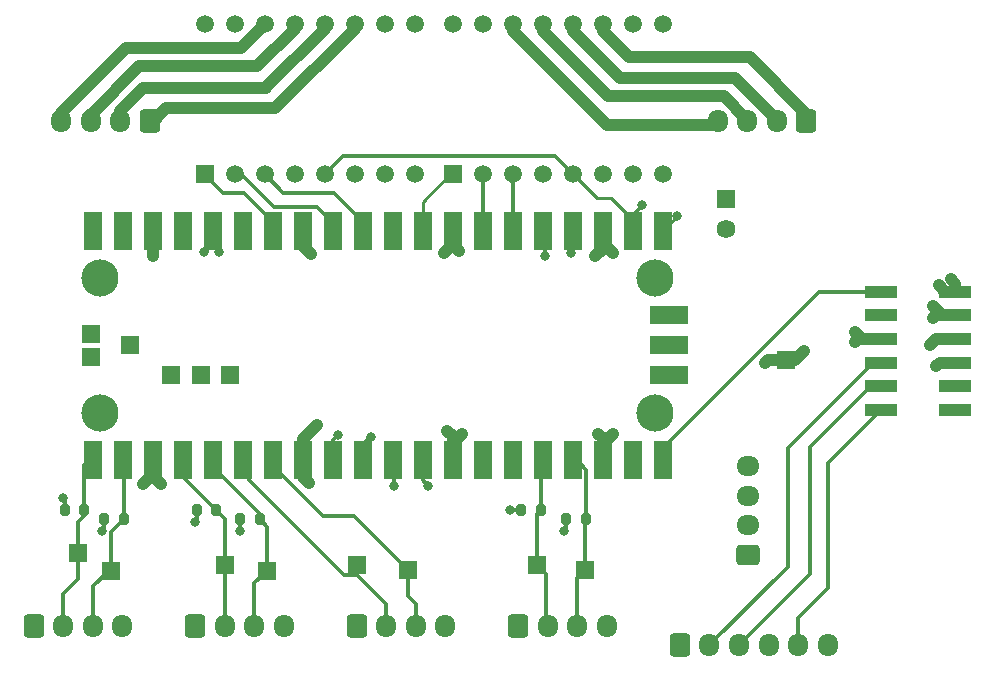
<source format=gbr>
%TF.GenerationSoftware,KiCad,Pcbnew,7.0.8*%
%TF.CreationDate,2024-06-04T12:59:23+12:00*%
%TF.ProjectId,FYP_P2_1,4659505f-5032-45f3-912e-6b696361645f,rev?*%
%TF.SameCoordinates,Original*%
%TF.FileFunction,Copper,L1,Top*%
%TF.FilePolarity,Positive*%
%FSLAX46Y46*%
G04 Gerber Fmt 4.6, Leading zero omitted, Abs format (unit mm)*
G04 Created by KiCad (PCBNEW 7.0.8) date 2024-06-04 12:59:23*
%MOMM*%
%LPD*%
G01*
G04 APERTURE LIST*
G04 Aperture macros list*
%AMRoundRect*
0 Rectangle with rounded corners*
0 $1 Rounding radius*
0 $2 $3 $4 $5 $6 $7 $8 $9 X,Y pos of 4 corners*
0 Add a 4 corners polygon primitive as box body*
4,1,4,$2,$3,$4,$5,$6,$7,$8,$9,$2,$3,0*
0 Add four circle primitives for the rounded corners*
1,1,$1+$1,$2,$3*
1,1,$1+$1,$4,$5*
1,1,$1+$1,$6,$7*
1,1,$1+$1,$8,$9*
0 Add four rect primitives between the rounded corners*
20,1,$1+$1,$2,$3,$4,$5,0*
20,1,$1+$1,$4,$5,$6,$7,0*
20,1,$1+$1,$6,$7,$8,$9,0*
20,1,$1+$1,$8,$9,$2,$3,0*%
G04 Aperture macros list end*
%TA.AperFunction,ComponentPad*%
%ADD10RoundRect,0.250000X-0.600000X-0.725000X0.600000X-0.725000X0.600000X0.725000X-0.600000X0.725000X0*%
%TD*%
%TA.AperFunction,ComponentPad*%
%ADD11O,1.700000X1.950000*%
%TD*%
%TA.AperFunction,SMDPad,CuDef*%
%ADD12RoundRect,0.200000X0.200000X0.275000X-0.200000X0.275000X-0.200000X-0.275000X0.200000X-0.275000X0*%
%TD*%
%TA.AperFunction,SMDPad,CuDef*%
%ADD13R,1.500000X1.500000*%
%TD*%
%TA.AperFunction,SMDPad,CuDef*%
%ADD14R,1.600000X3.200000*%
%TD*%
%TA.AperFunction,SMDPad,CuDef*%
%ADD15R,3.200000X1.600000*%
%TD*%
%TA.AperFunction,ComponentPad*%
%ADD16C,3.150000*%
%TD*%
%TA.AperFunction,SMDPad,CuDef*%
%ADD17R,2.750000X1.000000*%
%TD*%
%TA.AperFunction,ComponentPad*%
%ADD18R,1.590000X1.590000*%
%TD*%
%TA.AperFunction,ComponentPad*%
%ADD19C,1.590000*%
%TD*%
%TA.AperFunction,ComponentPad*%
%ADD20R,1.508000X1.508000*%
%TD*%
%TA.AperFunction,ComponentPad*%
%ADD21C,1.508000*%
%TD*%
%TA.AperFunction,ComponentPad*%
%ADD22RoundRect,0.250000X0.725000X-0.600000X0.725000X0.600000X-0.725000X0.600000X-0.725000X-0.600000X0*%
%TD*%
%TA.AperFunction,ComponentPad*%
%ADD23O,1.950000X1.700000*%
%TD*%
%TA.AperFunction,ComponentPad*%
%ADD24RoundRect,0.250000X0.600000X0.725000X-0.600000X0.725000X-0.600000X-0.725000X0.600000X-0.725000X0*%
%TD*%
%TA.AperFunction,ViaPad*%
%ADD25C,0.800000*%
%TD*%
%TA.AperFunction,Conductor*%
%ADD26C,0.300000*%
%TD*%
%TA.AperFunction,Conductor*%
%ADD27C,1.000000*%
%TD*%
%TA.AperFunction,Conductor*%
%ADD28C,0.250000*%
%TD*%
G04 APERTURE END LIST*
D10*
%TO.P,J6,1,Pin_1*%
%TO.N,+3V3*%
X121980000Y-105552000D03*
D11*
%TO.P,J6,2,Pin_2*%
%TO.N,SDA*%
X124480000Y-105552000D03*
%TO.P,J6,3,Pin_3*%
%TO.N,SCL*%
X126980000Y-105552000D03*
%TO.P,J6,4,Pin_4*%
%TO.N,GND*%
X129480000Y-105552000D03*
%TD*%
D12*
%TO.P,R3,1*%
%TO.N,SDA_PI*%
X137414000Y-95758000D03*
%TO.P,R3,2*%
%TO.N,+3V3*%
X135764000Y-95758000D03*
%TD*%
D10*
%TO.P,J2,1,Pin_1*%
%TO.N,+5V*%
X163012500Y-105570000D03*
D11*
%TO.P,J2,2,Pin_2*%
%TO.N,ENCODER_1A*%
X165512500Y-105570000D03*
%TO.P,J2,3,Pin_3*%
%TO.N,ENCODER_1B*%
X168012500Y-105570000D03*
%TO.P,J2,4,Pin_4*%
%TO.N,GND*%
X170512500Y-105570000D03*
%TD*%
D10*
%TO.P,J1,1,Pin_1*%
%TO.N,+3V3*%
X149335000Y-105516000D03*
D11*
%TO.P,J1,2,Pin_2*%
%TO.N,ENCODER_2A*%
X151835000Y-105516000D03*
%TO.P,J1,3,Pin_3*%
%TO.N,ENCODER_2B*%
X154335000Y-105516000D03*
%TO.P,J1,4,Pin_4*%
%TO.N,GND*%
X156835000Y-105516000D03*
%TD*%
D13*
%TO.P,TP7,1,1*%
%TO.N,ENCODER_2B*%
X153670000Y-100838000D03*
%TD*%
D14*
%TO.P,U1,1,GPIO0*%
%TO.N,SDA*%
X126970000Y-91478000D03*
%TO.P,U1,2,GPIO1*%
%TO.N,SCL*%
X129510000Y-91478000D03*
%TO.P,U1,3,GND*%
%TO.N,GND*%
X132050000Y-91478000D03*
%TO.P,U1,4,GPIO2*%
%TO.N,SDA_PI*%
X134590000Y-91478000D03*
%TO.P,U1,5,GPIO3*%
%TO.N,SCL_PI*%
X137130000Y-91478000D03*
%TO.P,U1,6,GPIO4*%
%TO.N,ENCODER_2A*%
X139670000Y-91478000D03*
%TO.P,U1,7,GPIO5*%
%TO.N,ENCODER_2B*%
X142210000Y-91478000D03*
%TO.P,U1,8,GND*%
%TO.N,GND*%
X144750000Y-91478000D03*
%TO.P,U1,9,GPIO6*%
%TO.N,STEPA*%
X147290000Y-91478000D03*
%TO.P,U1,10,GPIO7*%
%TO.N,DIRA*%
X149830000Y-91478000D03*
%TO.P,U1,11,GPIO8*%
%TO.N,TX1*%
X152370000Y-91478000D03*
%TO.P,U1,12,GPIO9*%
%TO.N,RX1*%
X154910000Y-91478000D03*
%TO.P,U1,13,GND*%
%TO.N,GND*%
X157450000Y-91478000D03*
%TO.P,U1,14,GPIO10*%
%TO.N,unconnected-(U1-GPIO10-Pad14)*%
X159990000Y-91478000D03*
%TO.P,U1,15,GPIO11*%
%TO.N,unconnected-(U1-GPIO11-Pad15)*%
X162530000Y-91478000D03*
%TO.P,U1,16,GPIO12*%
%TO.N,ENCODER_1A*%
X165070000Y-91478000D03*
%TO.P,U1,17,GPIO13*%
%TO.N,ENCODER_1B*%
X167610000Y-91478000D03*
%TO.P,U1,18,GND*%
%TO.N,GND*%
X170150000Y-91478000D03*
%TO.P,U1,19,GPIO14*%
%TO.N,unconnected-(U1-GPIO14-Pad19)*%
X172690000Y-91478000D03*
%TO.P,U1,20,GPIO15*%
%TO.N,12V_ENABLE*%
X175230000Y-91478000D03*
%TO.P,U1,21,GPIO16*%
%TO.N,Net-(U1-GPIO16)*%
X175230000Y-72098000D03*
%TO.P,U1,22,GPIO17*%
%TO.N,UART_PDN*%
X172690000Y-72098000D03*
%TO.P,U1,23,GND*%
%TO.N,GND*%
X170150000Y-72098000D03*
%TO.P,U1,24,GPIO18*%
%TO.N,DIRB*%
X167610000Y-72098000D03*
%TO.P,U1,25,GPIO19*%
%TO.N,STEPB*%
X165070000Y-72098000D03*
%TO.P,U1,26,GPIO20*%
%TO.N,MS2B*%
X162530000Y-72098000D03*
%TO.P,U1,27,GPIO21*%
%TO.N,MS2A*%
X159990000Y-72098000D03*
%TO.P,U1,28,GND*%
%TO.N,GND*%
X157450000Y-72098000D03*
%TO.P,U1,29,GPIO22*%
%TO.N,ENB*%
X154910000Y-72098000D03*
%TO.P,U1,30,RUN*%
%TO.N,unconnected-(U1-RUN-Pad30)*%
X152370000Y-72098000D03*
%TO.P,U1,31,GPIO26_ADC0*%
%TO.N,MS1B*%
X149830000Y-72098000D03*
%TO.P,U1,32,GPIO27_ADC1*%
%TO.N,MS1A*%
X147290000Y-72098000D03*
%TO.P,U1,33,AGND*%
%TO.N,GND*%
X144750000Y-72098000D03*
%TO.P,U1,34,GPIO28_ADC2*%
%TO.N,ENA*%
X142210000Y-72098000D03*
%TO.P,U1,35,ADC_VREF*%
%TO.N,unconnected-(U1-ADC_VREF-Pad35)*%
X139670000Y-72098000D03*
%TO.P,U1,36,3V3*%
%TO.N,+3V3*%
X137130000Y-72098000D03*
%TO.P,U1,37,3V3_EN*%
%TO.N,unconnected-(U1-3V3_EN-Pad37)*%
X134590000Y-72098000D03*
%TO.P,U1,38,GND*%
%TO.N,GND*%
X132050000Y-72098000D03*
%TO.P,U1,39,VSYS*%
%TO.N,unconnected-(U1-VSYS-Pad39)*%
X129510000Y-72098000D03*
%TO.P,U1,40,VBUS*%
%TO.N,unconnected-(U1-VBUS-Pad40)*%
X126970000Y-72098000D03*
D15*
%TO.P,U1,D1*%
%TO.N,N/C*%
X175800000Y-84328000D03*
%TO.P,U1,D2*%
X175800000Y-81788000D03*
%TO.P,U1,D3*%
X175800000Y-79248000D03*
D16*
%TO.P,U1,MH1*%
X127600000Y-87488000D03*
%TO.P,U1,MH2*%
X127600000Y-76088000D03*
%TO.P,U1,MH3*%
X174600000Y-87488000D03*
%TO.P,U1,MH4*%
X174600000Y-76088000D03*
D13*
%TO.P,U1,TP1*%
X130100000Y-81788000D03*
%TO.P,U1,TP2*%
X126800000Y-80788000D03*
%TO.P,U1,TP3*%
X126800000Y-82788000D03*
%TO.P,U1,TP4*%
X133600000Y-84288000D03*
%TO.P,U1,TP5*%
X136100000Y-84288000D03*
%TO.P,U1,TP6*%
X138600000Y-84288000D03*
%TD*%
%TO.P,TP5,1,1*%
%TO.N,ENCODER_1A*%
X164626808Y-100376000D03*
%TD*%
D17*
%TO.P,J7,1,Pin_1*%
%TO.N,5V_EN*%
X193750000Y-87250000D03*
%TO.P,J7,2,Pin_2*%
%TO.N,OUT_RX*%
X200000000Y-87250000D03*
%TO.P,J7,3,Pin_3*%
%TO.N,BATT_SENSE_HV*%
X193750000Y-85250000D03*
%TO.P,J7,4,Pin_4*%
%TO.N,OUT_TX*%
X200000000Y-85250000D03*
%TO.P,J7,5,Pin_5*%
%TO.N,BATT_SENSE_LV*%
X193750000Y-83250000D03*
%TO.P,J7,6,Pin_6*%
%TO.N,GND*%
X200000000Y-83250000D03*
%TO.P,J7,7,Pin_7*%
X193750000Y-81250000D03*
%TO.P,J7,8,Pin_8*%
%TO.N,+5V*%
X200000000Y-81250000D03*
%TO.P,J7,9,Pin_9*%
%TO.N,unconnected-(J7-Pin_9-Pad9)*%
X193750000Y-79250000D03*
%TO.P,J7,10,Pin_10*%
%TO.N,+3V3*%
X200000000Y-79250000D03*
%TO.P,J7,11,Pin_11*%
%TO.N,12V_ENABLE*%
X193750000Y-77250000D03*
%TO.P,J7,12,Pin_12*%
%TO.N,GND*%
X200000000Y-77250000D03*
%TD*%
D18*
%TO.P,J9,1,Pin_1*%
%TO.N,GND*%
X180605001Y-69348350D03*
D19*
%TO.P,J9,2,Pin_2*%
%TO.N,+12V*%
X180605001Y-71888350D03*
%TD*%
D12*
%TO.P,R2,1*%
%TO.N,ENCODER_1B*%
X168719000Y-96499000D03*
%TO.P,R2,2*%
%TO.N,+3V3*%
X167069000Y-96499000D03*
%TD*%
D10*
%TO.P,J8,1,Pin_1*%
%TO.N,+5V*%
X176690000Y-107188000D03*
D11*
%TO.P,J8,2,Pin_2*%
%TO.N,BATT_SENSE_LV*%
X179190000Y-107188000D03*
%TO.P,J8,3,Pin_3*%
%TO.N,BATT_SENSE_HV*%
X181690000Y-107188000D03*
%TO.P,J8,4,Pin_4*%
%TO.N,+3V3*%
X184190000Y-107188000D03*
%TO.P,J8,5,Pin_5*%
%TO.N,5V_EN*%
X186690000Y-107188000D03*
%TO.P,J8,6,Pin_6*%
%TO.N,GND*%
X189190000Y-107188000D03*
%TD*%
D13*
%TO.P,TP4,1,1*%
%TO.N,SCL*%
X128524000Y-100850000D03*
%TD*%
D20*
%TO.P,TMC1,1,EN*%
%TO.N,ENA*%
X136444666Y-67310000D03*
D21*
%TO.P,TMC1,2,MS1*%
%TO.N,MS1A*%
X138984666Y-67310000D03*
%TO.P,TMC1,3,MS2*%
%TO.N,MS1B*%
X141524666Y-67310000D03*
%TO.P,TMC1,4,PDN*%
%TO.N,unconnected-(TMC1-PDN-Pad4)*%
X144064666Y-67310000D03*
%TO.P,TMC1,5,USART*%
%TO.N,UART_PDN*%
X146604666Y-67310000D03*
%TO.P,TMC1,6,CLK*%
%TO.N,GND*%
X149144666Y-67310000D03*
%TO.P,TMC1,7,STP*%
%TO.N,STEPA*%
X151684666Y-67310000D03*
%TO.P,TMC1,8,DIR*%
%TO.N,DIRA*%
X154224666Y-67310000D03*
%TO.P,TMC1,9,VM*%
%TO.N,+12V*%
X136444666Y-54610000D03*
%TO.P,TMC1,10,GND*%
%TO.N,GND*%
X138984666Y-54610000D03*
%TO.P,TMC1,11,A2*%
%TO.N,/Motor1A2*%
X141524666Y-54610000D03*
%TO.P,TMC1,12,A1*%
%TO.N,/Motor1A1*%
X144064666Y-54610000D03*
%TO.P,TMC1,13,B2*%
%TO.N,/Motor1B2*%
X146604666Y-54610000D03*
%TO.P,TMC1,14,B1*%
%TO.N,/Motor1B1*%
X149144666Y-54610000D03*
%TO.P,TMC1,15,VCC_IO*%
%TO.N,+3V3*%
X151684666Y-54610000D03*
%TO.P,TMC1,16,GND*%
%TO.N,GND*%
X154224666Y-54610000D03*
%TD*%
D12*
%TO.P,R6,1*%
%TO.N,SCL*%
X129603000Y-96499000D03*
%TO.P,R6,2*%
%TO.N,+3V3*%
X127953000Y-96499000D03*
%TD*%
%TO.P,R1,1*%
%TO.N,ENCODER_1A*%
X164909000Y-95758000D03*
%TO.P,R1,2*%
%TO.N,+3V3*%
X163259000Y-95758000D03*
%TD*%
D22*
%TO.P,J10,1,Pin_1*%
%TO.N,+3V3*%
X182478000Y-99500000D03*
D23*
%TO.P,J10,2,Pin_2*%
%TO.N,TX1*%
X182478000Y-97000000D03*
%TO.P,J10,3,Pin_3*%
%TO.N,RX1*%
X182478000Y-94500000D03*
%TO.P,J10,4,Pin_4*%
%TO.N,GND*%
X182478000Y-92000000D03*
%TD*%
D12*
%TO.P,R4,1*%
%TO.N,SDA*%
X126238000Y-95758000D03*
%TO.P,R4,2*%
%TO.N,+3V3*%
X124588000Y-95758000D03*
%TD*%
D13*
%TO.P,TP6,1,1*%
%TO.N,ENCODER_1B*%
X168656000Y-100838000D03*
%TD*%
%TO.P,TP3,1,1*%
%TO.N,SDA*%
X125730000Y-99326000D03*
%TD*%
%TO.P,TP2,1,1*%
%TO.N,SCL_PI*%
X141732000Y-100850000D03*
%TD*%
%TO.P,TP8,1,1*%
%TO.N,ENCODER_2A*%
X149352000Y-100376000D03*
%TD*%
%TO.P,GND,1,1*%
%TO.N,GND*%
X185674000Y-83058000D03*
%TD*%
D24*
%TO.P,J4,1,Pin_1*%
%TO.N,/Motor1B1*%
X131786000Y-62790000D03*
D11*
%TO.P,J4,2,Pin_2*%
%TO.N,/Motor1B2*%
X129286000Y-62790000D03*
%TO.P,J4,3,Pin_3*%
%TO.N,/Motor1A1*%
X126786000Y-62790000D03*
%TO.P,J4,4,Pin_4*%
%TO.N,/Motor1A2*%
X124286000Y-62790000D03*
%TD*%
D24*
%TO.P,J3,1,Pin_1*%
%TO.N,/Motor2B1*%
X187392000Y-62790000D03*
D11*
%TO.P,J3,2,Pin_2*%
%TO.N,/Motor2B2*%
X184892000Y-62790000D03*
%TO.P,J3,3,Pin_3*%
%TO.N,/Motor2A1*%
X182392000Y-62790000D03*
%TO.P,J3,4,Pin_4*%
%TO.N,/Motor2A2*%
X179892000Y-62790000D03*
%TD*%
D13*
%TO.P,TP1,1,1*%
%TO.N,SDA_PI*%
X138176000Y-100376000D03*
%TD*%
D10*
%TO.P,J5,1,Pin_1*%
%TO.N,+3V3*%
X135657500Y-105534000D03*
D11*
%TO.P,J5,2,Pin_2*%
%TO.N,SDA_PI*%
X138157500Y-105534000D03*
%TO.P,J5,3,Pin_3*%
%TO.N,SCL_PI*%
X140657500Y-105534000D03*
%TO.P,J5,4,Pin_4*%
%TO.N,GND*%
X143157500Y-105534000D03*
%TD*%
D12*
%TO.P,R5,1*%
%TO.N,SCL_PI*%
X141096000Y-96499000D03*
%TO.P,R5,2*%
%TO.N,+3V3*%
X139446000Y-96499000D03*
%TD*%
D21*
%TO.P,TMC2,16,GND*%
%TO.N,GND*%
X175233332Y-54610000D03*
%TO.P,TMC2,15,VCC_IO*%
%TO.N,+3V3*%
X172693332Y-54610000D03*
%TO.P,TMC2,14,B1*%
%TO.N,/Motor2B1*%
X170153332Y-54610000D03*
%TO.P,TMC2,13,B2*%
%TO.N,/Motor2B2*%
X167613332Y-54610000D03*
%TO.P,TMC2,12,A1*%
%TO.N,/Motor2A1*%
X165073332Y-54610000D03*
%TO.P,TMC2,11,A2*%
%TO.N,/Motor2A2*%
X162533332Y-54610000D03*
%TO.P,TMC2,10,GND*%
%TO.N,GND*%
X159993332Y-54610000D03*
%TO.P,TMC2,9,VM*%
%TO.N,+12V*%
X157453332Y-54610000D03*
%TO.P,TMC2,8,DIR*%
%TO.N,DIRB*%
X175233332Y-67310000D03*
%TO.P,TMC2,7,STP*%
%TO.N,STEPB*%
X172693332Y-67310000D03*
%TO.P,TMC2,6,CLK*%
%TO.N,GND*%
X170153332Y-67310000D03*
%TO.P,TMC2,5,USART*%
%TO.N,UART_PDN*%
X167613332Y-67310000D03*
%TO.P,TMC2,4,PDN*%
%TO.N,unconnected-(TMC2-PDN-Pad4)*%
X165073332Y-67310000D03*
%TO.P,TMC2,3,MS2*%
%TO.N,MS2B*%
X162533332Y-67310000D03*
%TO.P,TMC2,2,MS1*%
%TO.N,MS2A*%
X159993332Y-67310000D03*
D20*
%TO.P,TMC2,1,EN*%
%TO.N,ENB*%
X157453332Y-67310000D03*
%TD*%
D25*
%TO.N,+3V3*%
X198120000Y-79502000D03*
X162306000Y-95758000D03*
X166878000Y-97536000D03*
X135636000Y-96774000D03*
X137668000Y-73914000D03*
X127726720Y-97512083D03*
X136398000Y-73914000D03*
X198120000Y-78486000D03*
X124460000Y-94742000D03*
X139446000Y-97536000D03*
%TO.N,STEPA*%
X147700000Y-89350000D03*
%TO.N,UART_PDN*%
X173482000Y-69907332D03*
%TO.N,Net-(U1-GPIO16)*%
X176462000Y-70866000D03*
%TO.N,GND*%
X199644000Y-76200000D03*
X156750000Y-74000000D03*
X169750000Y-89250000D03*
X171000000Y-74000000D03*
X198374000Y-83566000D03*
X131250000Y-93500000D03*
X158000000Y-73750000D03*
X145415001Y-74041001D03*
X146000000Y-88500000D03*
X187198000Y-82296000D03*
X198628000Y-76708000D03*
X191516000Y-81534000D03*
X171000000Y-89250000D03*
X158250000Y-89250000D03*
X191516000Y-80638500D03*
X169500000Y-74250000D03*
X183896000Y-83312000D03*
X132050000Y-74200000D03*
X157000000Y-89000000D03*
X132750000Y-93500000D03*
X145288000Y-93472000D03*
%TO.N,DIRA*%
X150500000Y-89500000D03*
%TO.N,STEPB*%
X165250000Y-74250000D03*
%TO.N,DIRB*%
X167500000Y-74000000D03*
%TO.N,+5V*%
X197866000Y-81788000D03*
%TO.N,TX1*%
X152500000Y-93700000D03*
%TO.N,RX1*%
X155400000Y-93650000D03*
%TD*%
D26*
%TO.N,SDA*%
X126238000Y-96266000D02*
X125730000Y-96774000D01*
X126238000Y-91922000D02*
X126238000Y-96266000D01*
X125730000Y-101600000D02*
X124480000Y-102850000D01*
X126970000Y-91190000D02*
X126238000Y-91922000D01*
X124480000Y-102850000D02*
X124480000Y-105552000D01*
X125730000Y-96774000D02*
X125730000Y-101600000D01*
%TO.N,SCL*%
X128524000Y-97578000D02*
X129603000Y-96499000D01*
X128524000Y-100850000D02*
X128524000Y-97578000D01*
X127000000Y-102171000D02*
X128564000Y-100607000D01*
X127000000Y-105532000D02*
X127000000Y-102171000D01*
X129603000Y-96499000D02*
X129603000Y-91283000D01*
X126980000Y-105552000D02*
X127000000Y-105532000D01*
%TO.N,ENCODER_1A*%
X164626808Y-96040192D02*
X164909000Y-95758000D01*
X165354000Y-105411500D02*
X165354000Y-101103192D01*
X165512500Y-105570000D02*
X165354000Y-105411500D01*
X165354000Y-101103192D02*
X164626808Y-100376000D01*
X164909000Y-95758000D02*
X164909000Y-91351000D01*
X164626808Y-100376000D02*
X164626808Y-96040192D01*
%TO.N,+3V3*%
X167069000Y-96499000D02*
X167069000Y-97345000D01*
X163259000Y-95758000D02*
X162306000Y-95758000D01*
X124588000Y-95758000D02*
X124588000Y-94870000D01*
X137130000Y-73182000D02*
X137130000Y-71810000D01*
X137130000Y-73376000D02*
X137668000Y-73914000D01*
X127953000Y-97285803D02*
X127726720Y-97512083D01*
X135764000Y-96646000D02*
X135636000Y-96774000D01*
D27*
X198372000Y-79250000D02*
X198120000Y-79502000D01*
D26*
X137130000Y-73182000D02*
X136398000Y-73914000D01*
D27*
X200000000Y-79250000D02*
X198884000Y-79250000D01*
D26*
X137130000Y-71810000D02*
X137130000Y-73376000D01*
D27*
X198884000Y-79250000D02*
X198120000Y-78486000D01*
D26*
X124588000Y-94870000D02*
X124460000Y-94742000D01*
X139446000Y-96499000D02*
X139446000Y-97536000D01*
D27*
X200000000Y-79250000D02*
X198372000Y-79250000D01*
D26*
X135764000Y-95758000D02*
X135764000Y-96646000D01*
X127953000Y-96499000D02*
X127953000Y-97285803D01*
X167069000Y-97345000D02*
X166878000Y-97536000D01*
%TO.N,ENCODER_1B*%
X168656000Y-100838000D02*
X168656000Y-96562000D01*
X168719000Y-96499000D02*
X168719000Y-92299000D01*
X168656000Y-96562000D02*
X168719000Y-96499000D01*
X168012500Y-101481500D02*
X168656000Y-100838000D01*
X168719000Y-92299000D02*
X167610000Y-91190000D01*
X168012500Y-105570000D02*
X168012500Y-101481500D01*
%TO.N,STEPA*%
X147290000Y-91478000D02*
X147290000Y-89760000D01*
X147290000Y-89760000D02*
X147700000Y-89350000D01*
%TO.N,UART_PDN*%
X166089332Y-65786000D02*
X148128666Y-65786000D01*
D28*
X169645332Y-69342000D02*
X167867332Y-67564000D01*
D26*
X148128666Y-65786000D02*
X146604666Y-67310000D01*
D28*
X172690000Y-71810000D02*
X172690000Y-71200000D01*
X170832000Y-69342000D02*
X169645332Y-69342000D01*
X173482000Y-69907332D02*
X172690000Y-70699332D01*
D26*
X172690000Y-71150000D02*
X172690000Y-71810000D01*
X167613332Y-67310000D02*
X166089332Y-65786000D01*
D28*
X172690000Y-70699332D02*
X172690000Y-72098000D01*
D26*
X167613332Y-67660000D02*
X167613332Y-67310000D01*
D28*
X172690000Y-71200000D02*
X170832000Y-69342000D01*
%TO.N,Net-(U1-GPIO16)*%
X176462000Y-70866000D02*
X175230000Y-72098000D01*
D26*
%TO.N,MS1A*%
X145950000Y-70098000D02*
X147290000Y-71438000D01*
X147290000Y-71438000D02*
X147290000Y-72098000D01*
X139334666Y-67310000D02*
X139510000Y-67310000D01*
X139510000Y-67310000D02*
X142298000Y-70098000D01*
X142298000Y-70098000D02*
X145950000Y-70098000D01*
D27*
%TO.N,GND*%
X144750000Y-73182000D02*
X144750000Y-71810000D01*
X192127500Y-81250000D02*
X192054000Y-81250000D01*
X144750000Y-89750000D02*
X146000000Y-88500000D01*
X170150000Y-91190000D02*
X170150000Y-90100000D01*
X157450000Y-71810000D02*
X157450000Y-73300000D01*
X185674000Y-83058000D02*
X186436000Y-83058000D01*
X192127500Y-81250000D02*
X191516000Y-80638500D01*
X191800000Y-81250000D02*
X191516000Y-81534000D01*
X132050000Y-91190000D02*
X132050000Y-92700000D01*
X145288000Y-93472000D02*
X144750000Y-92934000D01*
X157450000Y-71810000D02*
X157450000Y-73200000D01*
X144750000Y-73376000D02*
X144750000Y-71810000D01*
X170150000Y-71810000D02*
X170150000Y-73150000D01*
X132050000Y-91190000D02*
X132050000Y-92800000D01*
X200000000Y-77250000D02*
X200000000Y-76556000D01*
X157450000Y-90050000D02*
X157450000Y-91190000D01*
X185674000Y-83058000D02*
X184150000Y-83058000D01*
X170150000Y-90100000D02*
X171000000Y-89250000D01*
X198690000Y-83250000D02*
X198374000Y-83566000D01*
X184150000Y-83058000D02*
X183896000Y-83312000D01*
X157450000Y-73300000D02*
X156750000Y-74000000D01*
X170150000Y-89650000D02*
X169750000Y-89250000D01*
X132050000Y-71810000D02*
X132050000Y-74200000D01*
X158250000Y-89250000D02*
X157450000Y-90050000D01*
X144750000Y-91190000D02*
X144750000Y-89750000D01*
X145415001Y-74041001D02*
X144750000Y-73376000D01*
X193750000Y-81250000D02*
X191800000Y-81250000D01*
X170150000Y-73600000D02*
X169500000Y-74250000D01*
X200000000Y-76556000D02*
X199644000Y-76200000D01*
X144750000Y-92934000D02*
X144750000Y-91190000D01*
X186436000Y-83058000D02*
X187198000Y-82296000D01*
X200000000Y-83250000D02*
X198690000Y-83250000D01*
X132050000Y-92700000D02*
X131250000Y-93500000D01*
X157450000Y-89450000D02*
X157450000Y-91190000D01*
X157000000Y-89000000D02*
X157450000Y-89450000D01*
X193750000Y-81250000D02*
X192127500Y-81250000D01*
X157450000Y-73200000D02*
X158000000Y-73750000D01*
X170150000Y-73150000D02*
X171000000Y-74000000D01*
X132050000Y-92800000D02*
X132750000Y-93500000D01*
X170150000Y-71810000D02*
X170150000Y-73600000D01*
X200000000Y-77250000D02*
X199170000Y-77250000D01*
X170150000Y-91190000D02*
X170150000Y-89650000D01*
X199170000Y-77250000D02*
X198628000Y-76708000D01*
D26*
%TO.N,DIRA*%
X149830000Y-91478000D02*
X149830000Y-90170000D01*
X149830000Y-90170000D02*
X150500000Y-89500000D01*
%TO.N,STEPB*%
X165250000Y-74250000D02*
X165250000Y-71990000D01*
%TO.N,MS2B*%
X162533332Y-72094668D02*
X162530000Y-72098000D01*
D28*
X162530000Y-68042000D02*
X162052000Y-67564000D01*
D26*
X162533332Y-67310000D02*
X162533332Y-72094668D01*
%TO.N,MS1B*%
X149830000Y-72098000D02*
X149830000Y-71298000D01*
X149830000Y-71298000D02*
X147382000Y-68850000D01*
X143064666Y-68850000D02*
X141524666Y-67310000D01*
X147382000Y-68850000D02*
X143064666Y-68850000D01*
%TO.N,DIRB*%
X167500000Y-74000000D02*
X167500000Y-71920000D01*
%TO.N,ENCODER_2A*%
X149352000Y-101220000D02*
X151835000Y-103703000D01*
X139670000Y-91624000D02*
X140208000Y-92162000D01*
X148210000Y-101220000D02*
X149352000Y-101220000D01*
X140208000Y-92162000D02*
X140208000Y-93218000D01*
X151835000Y-103703000D02*
X151835000Y-105516000D01*
X140208000Y-93218000D02*
X148210000Y-101220000D01*
%TO.N,ENCODER_2B*%
X149098000Y-96266000D02*
X153670000Y-100838000D01*
X153670000Y-100838000D02*
X153670000Y-103038000D01*
X153670000Y-103038000D02*
X154335000Y-103703000D01*
X154335000Y-103703000D02*
X154335000Y-105516000D01*
X146486000Y-96266000D02*
X149098000Y-96266000D01*
X142210000Y-91990000D02*
X146486000Y-96266000D01*
X142210000Y-91190000D02*
X142210000Y-91990000D01*
%TO.N,SDA_PI*%
X138157500Y-105534000D02*
X138157500Y-100394500D01*
X134590000Y-92934000D02*
X134590000Y-91190000D01*
X138176000Y-96520000D02*
X134590000Y-92934000D01*
X138176000Y-96520000D02*
X138176000Y-100376000D01*
X138157500Y-100394500D02*
X138176000Y-100376000D01*
%TO.N,SCL_PI*%
X140657500Y-105534000D02*
X140657500Y-101924500D01*
X137130000Y-92058000D02*
X137130000Y-91190000D01*
X141732000Y-97135000D02*
X141096000Y-96499000D01*
X141096000Y-96499000D02*
X141096000Y-96024000D01*
X140657500Y-101924500D02*
X141732000Y-100850000D01*
X141096000Y-96024000D02*
X137130000Y-92058000D01*
X141732000Y-100850000D02*
X141732000Y-97135000D01*
%TO.N,ENA*%
X142210000Y-72098000D02*
X142210000Y-71298000D01*
X136794666Y-67660000D02*
X136444666Y-67660000D01*
X142210000Y-71298000D02*
X139762000Y-68850000D01*
X139762000Y-68850000D02*
X137984666Y-68850000D01*
X137984666Y-68850000D02*
X136794666Y-67660000D01*
%TO.N,BATT_SENSE_LV*%
X185844000Y-90481000D02*
X193075000Y-83250000D01*
X179190000Y-107188000D02*
X185844000Y-100534000D01*
X193075000Y-83250000D02*
X193750000Y-83250000D01*
X185844000Y-100534000D02*
X185844000Y-90481000D01*
%TO.N,BATT_SENSE_HV*%
X181690000Y-107188000D02*
X187706000Y-101172000D01*
X187706000Y-101172000D02*
X187706000Y-90424000D01*
X192880000Y-85250000D02*
X193750000Y-85250000D01*
X187706000Y-90424000D02*
X192880000Y-85250000D01*
%TO.N,5V_EN*%
X189230000Y-102362000D02*
X189230000Y-91770000D01*
X186690000Y-107188000D02*
X186690000Y-104902000D01*
X186690000Y-104902000D02*
X189230000Y-102362000D01*
X189230000Y-91770000D02*
X193750000Y-87250000D01*
D27*
%TO.N,+5V*%
X199970000Y-81280000D02*
X200000000Y-81250000D01*
X198374000Y-81280000D02*
X199970000Y-81280000D01*
X197866000Y-81788000D02*
X198374000Y-81280000D01*
D26*
%TO.N,12V_ENABLE*%
X188434000Y-77250000D02*
X193750000Y-77250000D01*
X175230000Y-91478000D02*
X175230000Y-90454000D01*
X175230000Y-90454000D02*
X188434000Y-77250000D01*
D28*
%TO.N,ENB*%
X154910000Y-69626000D02*
X156972000Y-67564000D01*
X154910000Y-71810000D02*
X154910000Y-69626000D01*
D27*
%TO.N,/Motor2A2*%
X162533332Y-55187332D02*
X170486000Y-63140000D01*
X162533332Y-54610000D02*
X162533332Y-55187332D01*
X170486000Y-63140000D02*
X179892000Y-63140000D01*
%TO.N,/Motor2A1*%
X165073332Y-55187332D02*
X170592000Y-60706000D01*
X180394871Y-60706000D02*
X182392000Y-62703129D01*
X170592000Y-60706000D02*
X180394871Y-60706000D01*
X165073332Y-54610000D02*
X165073332Y-55187332D01*
%TO.N,/Motor2B2*%
X167613332Y-55187332D02*
X171608000Y-59182000D01*
X181356000Y-59182000D02*
X184892000Y-62718000D01*
X167613332Y-54610000D02*
X167613332Y-55187332D01*
X171608000Y-59182000D02*
X181356000Y-59182000D01*
%TO.N,/Motor2B1*%
X182626000Y-57404000D02*
X187392000Y-62170000D01*
X187392000Y-62170000D02*
X187392000Y-63140000D01*
X170153332Y-55187332D02*
X172370000Y-57404000D01*
X172370000Y-57404000D02*
X182626000Y-57404000D01*
X170153332Y-54610000D02*
X170153332Y-55187332D01*
%TO.N,/Motor1B1*%
X133204000Y-61722000D02*
X131786000Y-63140000D01*
X142382666Y-61722000D02*
X133204000Y-61722000D01*
X149144666Y-54960000D02*
X142382666Y-61722000D01*
%TO.N,/Motor1B2*%
X129286000Y-63140000D02*
X129286000Y-61965766D01*
X141620666Y-60028666D02*
X141620666Y-59944000D01*
X131223100Y-60028666D02*
X141620666Y-60028666D01*
X141620666Y-59944000D02*
X146604666Y-54960000D01*
X129286000Y-61965766D02*
X131223100Y-60028666D01*
%TO.N,/Motor1A1*%
X130894667Y-58166000D02*
X126786000Y-62274667D01*
X144064666Y-54960000D02*
X140858666Y-58166000D01*
X144064666Y-54610000D02*
X144064666Y-54960000D01*
X126786000Y-62190000D02*
X126786000Y-63140000D01*
X140858666Y-58166000D02*
X130894667Y-58166000D01*
X126786000Y-62274667D02*
X126786000Y-62790000D01*
%TO.N,/Motor1A2*%
X139492666Y-56642000D02*
X141524666Y-54610000D01*
X124286000Y-62790000D02*
X124286000Y-62150000D01*
X129794000Y-56642000D02*
X139492666Y-56642000D01*
X124286000Y-62150000D02*
X129794000Y-56642000D01*
D26*
%TO.N,TX1*%
X152500000Y-93700000D02*
X152500000Y-91608000D01*
X152500000Y-91608000D02*
X152370000Y-91478000D01*
%TO.N,RX1*%
X154910000Y-91478000D02*
X154910000Y-93160000D01*
X154910000Y-93160000D02*
X155400000Y-93650000D01*
D28*
%TO.N,MS2A*%
X159993332Y-68038668D02*
X159993332Y-67310000D01*
D26*
X159990000Y-72098000D02*
X159990000Y-67663332D01*
X159990000Y-67663332D02*
X159993332Y-67660000D01*
%TD*%
M02*

</source>
